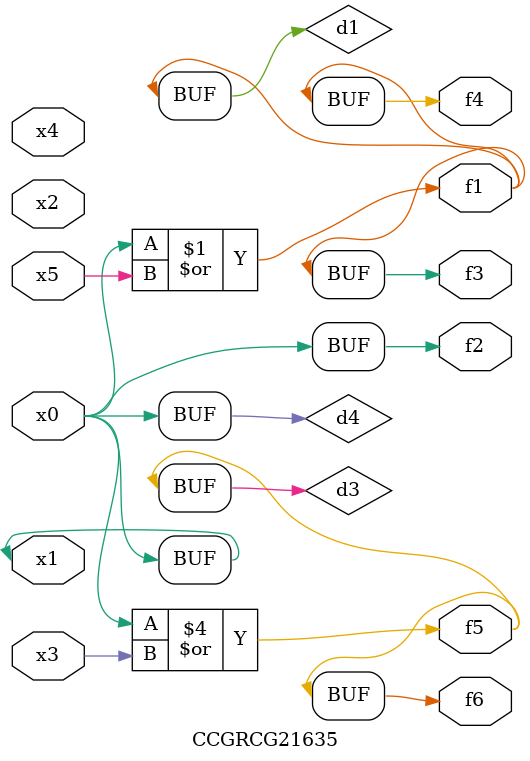
<source format=v>
module CCGRCG21635(
	input x0, x1, x2, x3, x4, x5,
	output f1, f2, f3, f4, f5, f6
);

	wire d1, d2, d3, d4;

	or (d1, x0, x5);
	xnor (d2, x1, x4);
	or (d3, x0, x3);
	buf (d4, x0, x1);
	assign f1 = d1;
	assign f2 = d4;
	assign f3 = d1;
	assign f4 = d1;
	assign f5 = d3;
	assign f6 = d3;
endmodule

</source>
